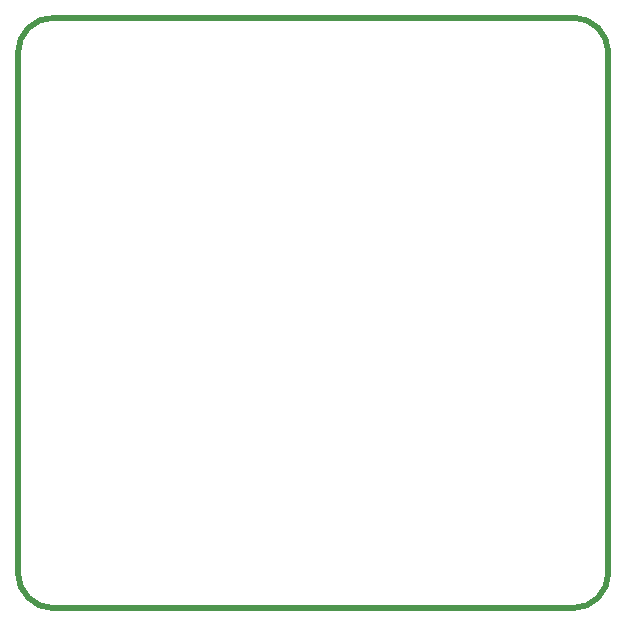
<source format=gm1>
G04*
G04 #@! TF.GenerationSoftware,Altium Limited,Altium Designer,22.11.1 (43)*
G04*
G04 Layer_Color=16711935*
%FSLAX44Y44*%
%MOMM*%
G71*
G04*
G04 #@! TF.SameCoordinates,647DE173-6EC2-479C-8ABE-F2EAD9736DF7*
G04*
G04*
G04 #@! TF.FilePolarity,Positive*
G04*
G01*
G75*
%ADD32C,0.5000*%
D32*
X500000Y470000D02*
G03*
X470000Y500000I-30000J0D01*
G01*
Y0D02*
G03*
X500000Y30000I0J30000D01*
G01*
X30000Y500000D02*
G03*
X0Y470000I0J-30000D01*
G01*
Y30000D02*
G03*
X30000Y0I30000J0D01*
G01*
X470000D01*
X30000Y500000D02*
X470000D01*
X500000Y30000D02*
Y470000D01*
X0Y30000D02*
Y470000D01*
M02*

</source>
